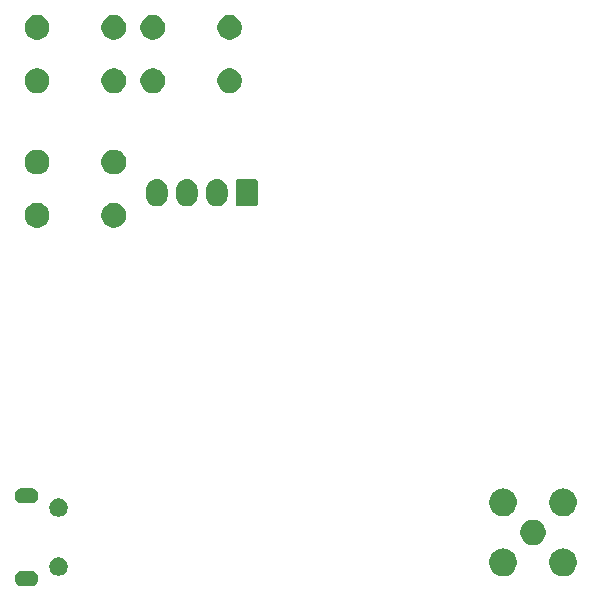
<source format=gbr>
G04 #@! TF.GenerationSoftware,KiCad,Pcbnew,(5.1.5)-3*
G04 #@! TF.CreationDate,2020-05-23T10:42:04+01:00*
G04 #@! TF.ProjectId,Chronos,4368726f-6e6f-4732-9e6b-696361645f70,X302*
G04 #@! TF.SameCoordinates,Original*
G04 #@! TF.FileFunction,Soldermask,Bot*
G04 #@! TF.FilePolarity,Negative*
%FSLAX46Y46*%
G04 Gerber Fmt 4.6, Leading zero omitted, Abs format (unit mm)*
G04 Created by KiCad (PCBNEW (5.1.5)-3) date 2020-05-23 10:42:04*
%MOMM*%
%LPD*%
G04 APERTURE LIST*
%ADD10C,0.100000*%
G04 APERTURE END LIST*
D10*
G36*
X182526355Y-158002140D02*
G01*
X182590118Y-158008420D01*
X182680904Y-158035960D01*
X182712836Y-158045646D01*
X182825925Y-158106094D01*
X182925054Y-158187446D01*
X183006406Y-158286575D01*
X183066854Y-158399664D01*
X183074843Y-158426000D01*
X183104080Y-158522382D01*
X183116649Y-158650000D01*
X183104080Y-158777618D01*
X183076540Y-158868404D01*
X183066854Y-158900336D01*
X183006406Y-159013425D01*
X182925054Y-159112554D01*
X182825925Y-159193906D01*
X182712836Y-159254354D01*
X182680904Y-159264040D01*
X182590118Y-159291580D01*
X182526355Y-159297860D01*
X182494474Y-159301000D01*
X181730526Y-159301000D01*
X181698645Y-159297860D01*
X181634882Y-159291580D01*
X181544096Y-159264040D01*
X181512164Y-159254354D01*
X181399075Y-159193906D01*
X181299946Y-159112554D01*
X181218594Y-159013425D01*
X181158146Y-158900336D01*
X181148460Y-158868404D01*
X181120920Y-158777618D01*
X181108351Y-158650000D01*
X181120920Y-158522382D01*
X181150157Y-158426000D01*
X181158146Y-158399664D01*
X181218594Y-158286575D01*
X181299946Y-158187446D01*
X181399075Y-158106094D01*
X181512164Y-158045646D01*
X181544096Y-158035960D01*
X181634882Y-158008420D01*
X181698645Y-158002140D01*
X181730526Y-157999000D01*
X182494474Y-157999000D01*
X182526355Y-158002140D01*
G37*
G36*
X227731560Y-156129064D02*
G01*
X227883027Y-156159193D01*
X228097045Y-156247842D01*
X228097046Y-156247843D01*
X228289654Y-156376539D01*
X228453461Y-156540346D01*
X228539258Y-156668751D01*
X228582158Y-156732955D01*
X228670807Y-156946973D01*
X228716000Y-157174174D01*
X228716000Y-157405826D01*
X228670807Y-157633027D01*
X228582158Y-157847045D01*
X228582157Y-157847046D01*
X228453461Y-158039654D01*
X228289654Y-158203461D01*
X228215874Y-158252759D01*
X228097045Y-158332158D01*
X227883027Y-158420807D01*
X227731560Y-158450936D01*
X227655827Y-158466000D01*
X227424173Y-158466000D01*
X227348440Y-158450936D01*
X227196973Y-158420807D01*
X226982955Y-158332158D01*
X226864126Y-158252759D01*
X226790346Y-158203461D01*
X226626539Y-158039654D01*
X226497843Y-157847046D01*
X226497842Y-157847045D01*
X226409193Y-157633027D01*
X226364000Y-157405826D01*
X226364000Y-157174174D01*
X226409193Y-156946973D01*
X226497842Y-156732955D01*
X226540742Y-156668751D01*
X226626539Y-156540346D01*
X226790346Y-156376539D01*
X226982954Y-156247843D01*
X226982955Y-156247842D01*
X227196973Y-156159193D01*
X227348440Y-156129064D01*
X227424173Y-156114000D01*
X227655827Y-156114000D01*
X227731560Y-156129064D01*
G37*
G36*
X222651560Y-156129064D02*
G01*
X222803027Y-156159193D01*
X223017045Y-156247842D01*
X223017046Y-156247843D01*
X223209654Y-156376539D01*
X223373461Y-156540346D01*
X223459258Y-156668751D01*
X223502158Y-156732955D01*
X223590807Y-156946973D01*
X223636000Y-157174174D01*
X223636000Y-157405826D01*
X223590807Y-157633027D01*
X223502158Y-157847045D01*
X223502157Y-157847046D01*
X223373461Y-158039654D01*
X223209654Y-158203461D01*
X223135874Y-158252759D01*
X223017045Y-158332158D01*
X222803027Y-158420807D01*
X222651560Y-158450936D01*
X222575827Y-158466000D01*
X222344173Y-158466000D01*
X222268440Y-158450936D01*
X222116973Y-158420807D01*
X221902955Y-158332158D01*
X221784126Y-158252759D01*
X221710346Y-158203461D01*
X221546539Y-158039654D01*
X221417843Y-157847046D01*
X221417842Y-157847045D01*
X221329193Y-157633027D01*
X221284000Y-157405826D01*
X221284000Y-157174174D01*
X221329193Y-156946973D01*
X221417842Y-156732955D01*
X221460742Y-156668751D01*
X221546539Y-156540346D01*
X221710346Y-156376539D01*
X221902954Y-156247843D01*
X221902955Y-156247842D01*
X222116973Y-156159193D01*
X222268440Y-156129064D01*
X222344173Y-156114000D01*
X222575827Y-156114000D01*
X222651560Y-156129064D01*
G37*
G36*
X185038848Y-156903820D02*
G01*
X185038850Y-156903821D01*
X185038851Y-156903821D01*
X185180074Y-156962317D01*
X185180077Y-156962319D01*
X185307169Y-157047239D01*
X185415261Y-157155331D01*
X185427851Y-157174174D01*
X185500183Y-157282426D01*
X185551297Y-157405827D01*
X185558680Y-157423652D01*
X185588500Y-157573569D01*
X185588500Y-157726431D01*
X185564509Y-157847045D01*
X185558679Y-157876351D01*
X185500183Y-158017574D01*
X185500181Y-158017577D01*
X185415261Y-158144669D01*
X185307169Y-158252761D01*
X185188344Y-158332157D01*
X185180074Y-158337683D01*
X185038851Y-158396179D01*
X185038850Y-158396179D01*
X185038848Y-158396180D01*
X184888931Y-158426000D01*
X184736069Y-158426000D01*
X184586152Y-158396180D01*
X184586150Y-158396179D01*
X184586149Y-158396179D01*
X184444926Y-158337683D01*
X184436656Y-158332157D01*
X184317831Y-158252761D01*
X184209739Y-158144669D01*
X184124819Y-158017577D01*
X184124817Y-158017574D01*
X184066321Y-157876351D01*
X184060492Y-157847045D01*
X184036500Y-157726431D01*
X184036500Y-157573569D01*
X184066320Y-157423652D01*
X184073703Y-157405827D01*
X184124817Y-157282426D01*
X184197149Y-157174174D01*
X184209739Y-157155331D01*
X184317831Y-157047239D01*
X184444923Y-156962319D01*
X184444926Y-156962317D01*
X184586149Y-156903821D01*
X184586150Y-156903821D01*
X184586152Y-156903820D01*
X184736069Y-156874000D01*
X184888931Y-156874000D01*
X185038848Y-156903820D01*
G37*
G36*
X225175271Y-153687783D02*
G01*
X225313858Y-153715350D01*
X225509677Y-153796461D01*
X225685910Y-153914216D01*
X225835784Y-154064090D01*
X225953539Y-154240323D01*
X226034650Y-154436142D01*
X226076000Y-154644023D01*
X226076000Y-154855977D01*
X226034650Y-155063858D01*
X225953539Y-155259677D01*
X225835784Y-155435910D01*
X225685910Y-155585784D01*
X225509677Y-155703539D01*
X225313858Y-155784650D01*
X225175271Y-155812217D01*
X225105978Y-155826000D01*
X224894022Y-155826000D01*
X224824729Y-155812217D01*
X224686142Y-155784650D01*
X224490323Y-155703539D01*
X224314090Y-155585784D01*
X224164216Y-155435910D01*
X224046461Y-155259677D01*
X223965350Y-155063858D01*
X223924000Y-154855977D01*
X223924000Y-154644023D01*
X223965350Y-154436142D01*
X224046461Y-154240323D01*
X224164216Y-154064090D01*
X224314090Y-153914216D01*
X224490323Y-153796461D01*
X224686142Y-153715350D01*
X224824729Y-153687783D01*
X224894022Y-153674000D01*
X225105978Y-153674000D01*
X225175271Y-153687783D01*
G37*
G36*
X185038848Y-151903820D02*
G01*
X185038850Y-151903821D01*
X185038851Y-151903821D01*
X185180074Y-151962317D01*
X185180077Y-151962319D01*
X185307169Y-152047239D01*
X185415261Y-152155331D01*
X185500181Y-152282423D01*
X185500183Y-152282426D01*
X185518160Y-152325827D01*
X185558680Y-152423652D01*
X185584414Y-152553027D01*
X185588500Y-152573571D01*
X185588500Y-152726429D01*
X185558679Y-152876351D01*
X185500183Y-153017574D01*
X185500181Y-153017577D01*
X185415261Y-153144669D01*
X185307169Y-153252761D01*
X185180077Y-153337681D01*
X185180074Y-153337683D01*
X185038851Y-153396179D01*
X185038850Y-153396179D01*
X185038848Y-153396180D01*
X184888931Y-153426000D01*
X184736069Y-153426000D01*
X184586152Y-153396180D01*
X184586150Y-153396179D01*
X184586149Y-153396179D01*
X184444926Y-153337683D01*
X184444923Y-153337681D01*
X184317831Y-153252761D01*
X184209739Y-153144669D01*
X184124819Y-153017577D01*
X184124817Y-153017574D01*
X184066321Y-152876351D01*
X184036500Y-152726429D01*
X184036500Y-152573571D01*
X184040586Y-152553027D01*
X184066320Y-152423652D01*
X184106840Y-152325827D01*
X184124817Y-152282426D01*
X184124819Y-152282423D01*
X184209739Y-152155331D01*
X184317831Y-152047239D01*
X184444923Y-151962319D01*
X184444926Y-151962317D01*
X184586149Y-151903821D01*
X184586150Y-151903821D01*
X184586152Y-151903820D01*
X184736069Y-151874000D01*
X184888931Y-151874000D01*
X185038848Y-151903820D01*
G37*
G36*
X227714375Y-151045646D02*
G01*
X227883027Y-151079193D01*
X228097045Y-151167842D01*
X228097046Y-151167843D01*
X228289654Y-151296539D01*
X228453461Y-151460346D01*
X228494912Y-151522382D01*
X228582158Y-151652955D01*
X228670807Y-151866973D01*
X228689772Y-151962317D01*
X228706665Y-152047241D01*
X228716000Y-152094174D01*
X228716000Y-152325826D01*
X228670807Y-152553027D01*
X228582158Y-152767045D01*
X228582157Y-152767046D01*
X228453461Y-152959654D01*
X228289654Y-153123461D01*
X228161249Y-153209258D01*
X228097045Y-153252158D01*
X227883027Y-153340807D01*
X227731560Y-153370936D01*
X227655827Y-153386000D01*
X227424173Y-153386000D01*
X227348440Y-153370936D01*
X227196973Y-153340807D01*
X226982955Y-153252158D01*
X226918751Y-153209258D01*
X226790346Y-153123461D01*
X226626539Y-152959654D01*
X226497843Y-152767046D01*
X226497842Y-152767045D01*
X226409193Y-152553027D01*
X226364000Y-152325826D01*
X226364000Y-152094174D01*
X226373336Y-152047241D01*
X226390228Y-151962317D01*
X226409193Y-151866973D01*
X226497842Y-151652955D01*
X226585088Y-151522382D01*
X226626539Y-151460346D01*
X226790346Y-151296539D01*
X226982954Y-151167843D01*
X226982955Y-151167842D01*
X227196973Y-151079193D01*
X227365625Y-151045646D01*
X227424173Y-151034000D01*
X227655827Y-151034000D01*
X227714375Y-151045646D01*
G37*
G36*
X222634375Y-151045646D02*
G01*
X222803027Y-151079193D01*
X223017045Y-151167842D01*
X223017046Y-151167843D01*
X223209654Y-151296539D01*
X223373461Y-151460346D01*
X223414912Y-151522382D01*
X223502158Y-151652955D01*
X223590807Y-151866973D01*
X223609772Y-151962317D01*
X223626665Y-152047241D01*
X223636000Y-152094174D01*
X223636000Y-152325826D01*
X223590807Y-152553027D01*
X223502158Y-152767045D01*
X223502157Y-152767046D01*
X223373461Y-152959654D01*
X223209654Y-153123461D01*
X223081249Y-153209258D01*
X223017045Y-153252158D01*
X222803027Y-153340807D01*
X222651560Y-153370936D01*
X222575827Y-153386000D01*
X222344173Y-153386000D01*
X222268440Y-153370936D01*
X222116973Y-153340807D01*
X221902955Y-153252158D01*
X221838751Y-153209258D01*
X221710346Y-153123461D01*
X221546539Y-152959654D01*
X221417843Y-152767046D01*
X221417842Y-152767045D01*
X221329193Y-152553027D01*
X221284000Y-152325826D01*
X221284000Y-152094174D01*
X221293336Y-152047241D01*
X221310228Y-151962317D01*
X221329193Y-151866973D01*
X221417842Y-151652955D01*
X221505088Y-151522382D01*
X221546539Y-151460346D01*
X221710346Y-151296539D01*
X221902954Y-151167843D01*
X221902955Y-151167842D01*
X222116973Y-151079193D01*
X222285625Y-151045646D01*
X222344173Y-151034000D01*
X222575827Y-151034000D01*
X222634375Y-151045646D01*
G37*
G36*
X182526355Y-151002140D02*
G01*
X182590118Y-151008420D01*
X182674444Y-151034000D01*
X182712836Y-151045646D01*
X182825925Y-151106094D01*
X182925054Y-151187446D01*
X183006406Y-151286575D01*
X183066854Y-151399664D01*
X183066855Y-151399668D01*
X183104080Y-151522382D01*
X183116649Y-151650000D01*
X183104080Y-151777618D01*
X183076974Y-151866973D01*
X183066854Y-151900336D01*
X183006406Y-152013425D01*
X182925054Y-152112554D01*
X182825925Y-152193906D01*
X182712836Y-152254354D01*
X182680904Y-152264040D01*
X182590118Y-152291580D01*
X182526355Y-152297860D01*
X182494474Y-152301000D01*
X181730526Y-152301000D01*
X181698645Y-152297860D01*
X181634882Y-152291580D01*
X181544096Y-152264040D01*
X181512164Y-152254354D01*
X181399075Y-152193906D01*
X181299946Y-152112554D01*
X181218594Y-152013425D01*
X181158146Y-151900336D01*
X181148026Y-151866973D01*
X181120920Y-151777618D01*
X181108351Y-151650000D01*
X181120920Y-151522382D01*
X181158145Y-151399668D01*
X181158146Y-151399664D01*
X181218594Y-151286575D01*
X181299946Y-151187446D01*
X181399075Y-151106094D01*
X181512164Y-151045646D01*
X181550556Y-151034000D01*
X181634882Y-151008420D01*
X181698645Y-151002140D01*
X181730526Y-150999000D01*
X182494474Y-150999000D01*
X182526355Y-151002140D01*
G37*
G36*
X189806564Y-126889389D02*
G01*
X189997833Y-126968615D01*
X189997835Y-126968616D01*
X190059113Y-127009561D01*
X190169973Y-127083635D01*
X190316365Y-127230027D01*
X190431385Y-127402167D01*
X190510611Y-127593436D01*
X190551000Y-127796484D01*
X190551000Y-128003516D01*
X190510611Y-128206564D01*
X190431385Y-128397833D01*
X190431384Y-128397835D01*
X190316365Y-128569973D01*
X190169973Y-128716365D01*
X189997835Y-128831384D01*
X189997834Y-128831385D01*
X189997833Y-128831385D01*
X189806564Y-128910611D01*
X189603516Y-128951000D01*
X189396484Y-128951000D01*
X189193436Y-128910611D01*
X189002167Y-128831385D01*
X189002166Y-128831385D01*
X189002165Y-128831384D01*
X188830027Y-128716365D01*
X188683635Y-128569973D01*
X188568616Y-128397835D01*
X188568615Y-128397833D01*
X188489389Y-128206564D01*
X188449000Y-128003516D01*
X188449000Y-127796484D01*
X188489389Y-127593436D01*
X188568615Y-127402167D01*
X188683635Y-127230027D01*
X188830027Y-127083635D01*
X188940887Y-127009561D01*
X189002165Y-126968616D01*
X189002167Y-126968615D01*
X189193436Y-126889389D01*
X189396484Y-126849000D01*
X189603516Y-126849000D01*
X189806564Y-126889389D01*
G37*
G36*
X183306564Y-126889389D02*
G01*
X183497833Y-126968615D01*
X183497835Y-126968616D01*
X183559113Y-127009561D01*
X183669973Y-127083635D01*
X183816365Y-127230027D01*
X183931385Y-127402167D01*
X184010611Y-127593436D01*
X184051000Y-127796484D01*
X184051000Y-128003516D01*
X184010611Y-128206564D01*
X183931385Y-128397833D01*
X183931384Y-128397835D01*
X183816365Y-128569973D01*
X183669973Y-128716365D01*
X183497835Y-128831384D01*
X183497834Y-128831385D01*
X183497833Y-128831385D01*
X183306564Y-128910611D01*
X183103516Y-128951000D01*
X182896484Y-128951000D01*
X182693436Y-128910611D01*
X182502167Y-128831385D01*
X182502166Y-128831385D01*
X182502165Y-128831384D01*
X182330027Y-128716365D01*
X182183635Y-128569973D01*
X182068616Y-128397835D01*
X182068615Y-128397833D01*
X181989389Y-128206564D01*
X181949000Y-128003516D01*
X181949000Y-127796484D01*
X181989389Y-127593436D01*
X182068615Y-127402167D01*
X182183635Y-127230027D01*
X182330027Y-127083635D01*
X182440887Y-127009561D01*
X182502165Y-126968616D01*
X182502167Y-126968615D01*
X182693436Y-126889389D01*
X182896484Y-126849000D01*
X183103516Y-126849000D01*
X183306564Y-126889389D01*
G37*
G36*
X198390548Y-124862326D02*
G01*
X198564157Y-124914990D01*
X198724156Y-125000511D01*
X198738612Y-125012375D01*
X198864397Y-125115603D01*
X198943729Y-125212271D01*
X198979489Y-125255844D01*
X199065010Y-125415843D01*
X199117674Y-125589452D01*
X199131000Y-125724757D01*
X199131000Y-126275244D01*
X199117674Y-126410548D01*
X199065010Y-126584157D01*
X198979489Y-126744156D01*
X198943729Y-126787729D01*
X198864397Y-126884397D01*
X198724155Y-126999489D01*
X198566729Y-127083635D01*
X198564156Y-127085010D01*
X198390547Y-127137674D01*
X198210000Y-127155456D01*
X198029452Y-127137674D01*
X197855843Y-127085010D01*
X197853271Y-127083635D01*
X197832685Y-127072632D01*
X197695844Y-126999489D01*
X197652271Y-126963729D01*
X197555603Y-126884397D01*
X197440511Y-126744155D01*
X197354991Y-126584158D01*
X197354990Y-126584156D01*
X197302326Y-126410547D01*
X197289000Y-126275243D01*
X197289000Y-125724756D01*
X197302326Y-125589452D01*
X197354990Y-125415843D01*
X197440512Y-125255844D01*
X197450832Y-125243269D01*
X197555604Y-125115603D01*
X197681389Y-125012375D01*
X197695845Y-125000511D01*
X197855844Y-124914990D01*
X198029453Y-124862326D01*
X198210000Y-124844544D01*
X198390548Y-124862326D01*
G37*
G36*
X193310548Y-124862326D02*
G01*
X193484157Y-124914990D01*
X193644156Y-125000511D01*
X193658612Y-125012375D01*
X193784397Y-125115603D01*
X193863729Y-125212271D01*
X193899489Y-125255844D01*
X193985010Y-125415843D01*
X194037674Y-125589452D01*
X194051000Y-125724757D01*
X194051000Y-126275244D01*
X194037674Y-126410548D01*
X193985010Y-126584157D01*
X193899489Y-126744156D01*
X193863729Y-126787729D01*
X193784397Y-126884397D01*
X193644155Y-126999489D01*
X193486729Y-127083635D01*
X193484156Y-127085010D01*
X193310547Y-127137674D01*
X193130000Y-127155456D01*
X192949452Y-127137674D01*
X192775843Y-127085010D01*
X192773271Y-127083635D01*
X192752685Y-127072632D01*
X192615844Y-126999489D01*
X192572271Y-126963729D01*
X192475603Y-126884397D01*
X192360511Y-126744155D01*
X192274991Y-126584158D01*
X192274990Y-126584156D01*
X192222326Y-126410547D01*
X192209000Y-126275243D01*
X192209000Y-125724756D01*
X192222326Y-125589452D01*
X192274990Y-125415843D01*
X192360512Y-125255844D01*
X192370832Y-125243269D01*
X192475604Y-125115603D01*
X192601389Y-125012375D01*
X192615845Y-125000511D01*
X192775844Y-124914990D01*
X192949453Y-124862326D01*
X193130000Y-124844544D01*
X193310548Y-124862326D01*
G37*
G36*
X195850548Y-124862326D02*
G01*
X196024157Y-124914990D01*
X196184156Y-125000511D01*
X196198612Y-125012375D01*
X196324397Y-125115603D01*
X196403729Y-125212271D01*
X196439489Y-125255844D01*
X196525010Y-125415843D01*
X196577674Y-125589452D01*
X196591000Y-125724757D01*
X196591000Y-126275244D01*
X196577674Y-126410548D01*
X196525010Y-126584157D01*
X196439489Y-126744156D01*
X196403729Y-126787729D01*
X196324397Y-126884397D01*
X196184155Y-126999489D01*
X196026729Y-127083635D01*
X196024156Y-127085010D01*
X195850547Y-127137674D01*
X195670000Y-127155456D01*
X195489452Y-127137674D01*
X195315843Y-127085010D01*
X195313271Y-127083635D01*
X195292685Y-127072632D01*
X195155844Y-126999489D01*
X195112271Y-126963729D01*
X195015603Y-126884397D01*
X194900511Y-126744155D01*
X194814991Y-126584158D01*
X194814990Y-126584156D01*
X194762326Y-126410547D01*
X194749000Y-126275243D01*
X194749000Y-125724756D01*
X194762326Y-125589452D01*
X194814990Y-125415843D01*
X194900512Y-125255844D01*
X194910832Y-125243269D01*
X195015604Y-125115603D01*
X195141389Y-125012375D01*
X195155845Y-125000511D01*
X195315844Y-124914990D01*
X195489453Y-124862326D01*
X195670000Y-124844544D01*
X195850548Y-124862326D01*
G37*
G36*
X201529561Y-124852966D02*
G01*
X201562383Y-124862923D01*
X201592632Y-124879092D01*
X201619148Y-124900852D01*
X201640908Y-124927368D01*
X201657077Y-124957617D01*
X201667034Y-124990439D01*
X201671000Y-125030713D01*
X201671000Y-126969287D01*
X201667034Y-127009561D01*
X201657077Y-127042383D01*
X201640908Y-127072632D01*
X201619148Y-127099148D01*
X201592632Y-127120908D01*
X201562383Y-127137077D01*
X201529561Y-127147034D01*
X201489287Y-127151000D01*
X200010713Y-127151000D01*
X199970439Y-127147034D01*
X199937617Y-127137077D01*
X199907368Y-127120908D01*
X199880852Y-127099148D01*
X199859092Y-127072632D01*
X199842923Y-127042383D01*
X199832966Y-127009561D01*
X199829000Y-126969287D01*
X199829000Y-125030713D01*
X199832966Y-124990439D01*
X199842923Y-124957617D01*
X199859092Y-124927368D01*
X199880852Y-124900852D01*
X199907368Y-124879092D01*
X199937617Y-124862923D01*
X199970439Y-124852966D01*
X200010713Y-124849000D01*
X201489287Y-124849000D01*
X201529561Y-124852966D01*
G37*
G36*
X189806564Y-122389389D02*
G01*
X189997833Y-122468615D01*
X189997835Y-122468616D01*
X190169973Y-122583635D01*
X190316365Y-122730027D01*
X190431385Y-122902167D01*
X190510611Y-123093436D01*
X190551000Y-123296484D01*
X190551000Y-123503516D01*
X190510611Y-123706564D01*
X190431385Y-123897833D01*
X190431384Y-123897835D01*
X190316365Y-124069973D01*
X190169973Y-124216365D01*
X189997835Y-124331384D01*
X189997834Y-124331385D01*
X189997833Y-124331385D01*
X189806564Y-124410611D01*
X189603516Y-124451000D01*
X189396484Y-124451000D01*
X189193436Y-124410611D01*
X189002167Y-124331385D01*
X189002166Y-124331385D01*
X189002165Y-124331384D01*
X188830027Y-124216365D01*
X188683635Y-124069973D01*
X188568616Y-123897835D01*
X188568615Y-123897833D01*
X188489389Y-123706564D01*
X188449000Y-123503516D01*
X188449000Y-123296484D01*
X188489389Y-123093436D01*
X188568615Y-122902167D01*
X188683635Y-122730027D01*
X188830027Y-122583635D01*
X189002165Y-122468616D01*
X189002167Y-122468615D01*
X189193436Y-122389389D01*
X189396484Y-122349000D01*
X189603516Y-122349000D01*
X189806564Y-122389389D01*
G37*
G36*
X183306564Y-122389389D02*
G01*
X183497833Y-122468615D01*
X183497835Y-122468616D01*
X183669973Y-122583635D01*
X183816365Y-122730027D01*
X183931385Y-122902167D01*
X184010611Y-123093436D01*
X184051000Y-123296484D01*
X184051000Y-123503516D01*
X184010611Y-123706564D01*
X183931385Y-123897833D01*
X183931384Y-123897835D01*
X183816365Y-124069973D01*
X183669973Y-124216365D01*
X183497835Y-124331384D01*
X183497834Y-124331385D01*
X183497833Y-124331385D01*
X183306564Y-124410611D01*
X183103516Y-124451000D01*
X182896484Y-124451000D01*
X182693436Y-124410611D01*
X182502167Y-124331385D01*
X182502166Y-124331385D01*
X182502165Y-124331384D01*
X182330027Y-124216365D01*
X182183635Y-124069973D01*
X182068616Y-123897835D01*
X182068615Y-123897833D01*
X181989389Y-123706564D01*
X181949000Y-123503516D01*
X181949000Y-123296484D01*
X181989389Y-123093436D01*
X182068615Y-122902167D01*
X182183635Y-122730027D01*
X182330027Y-122583635D01*
X182502165Y-122468616D01*
X182502167Y-122468615D01*
X182693436Y-122389389D01*
X182896484Y-122349000D01*
X183103516Y-122349000D01*
X183306564Y-122389389D01*
G37*
G36*
X183306564Y-115489389D02*
G01*
X183497833Y-115568615D01*
X183497835Y-115568616D01*
X183669973Y-115683635D01*
X183816365Y-115830027D01*
X183931385Y-116002167D01*
X184010611Y-116193436D01*
X184051000Y-116396484D01*
X184051000Y-116603516D01*
X184010611Y-116806564D01*
X183931385Y-116997833D01*
X183931384Y-116997835D01*
X183816365Y-117169973D01*
X183669973Y-117316365D01*
X183497835Y-117431384D01*
X183497834Y-117431385D01*
X183497833Y-117431385D01*
X183306564Y-117510611D01*
X183103516Y-117551000D01*
X182896484Y-117551000D01*
X182693436Y-117510611D01*
X182502167Y-117431385D01*
X182502166Y-117431385D01*
X182502165Y-117431384D01*
X182330027Y-117316365D01*
X182183635Y-117169973D01*
X182068616Y-116997835D01*
X182068615Y-116997833D01*
X181989389Y-116806564D01*
X181949000Y-116603516D01*
X181949000Y-116396484D01*
X181989389Y-116193436D01*
X182068615Y-116002167D01*
X182183635Y-115830027D01*
X182330027Y-115683635D01*
X182502165Y-115568616D01*
X182502167Y-115568615D01*
X182693436Y-115489389D01*
X182896484Y-115449000D01*
X183103516Y-115449000D01*
X183306564Y-115489389D01*
G37*
G36*
X189806564Y-115489389D02*
G01*
X189997833Y-115568615D01*
X189997835Y-115568616D01*
X190169973Y-115683635D01*
X190316365Y-115830027D01*
X190431385Y-116002167D01*
X190510611Y-116193436D01*
X190551000Y-116396484D01*
X190551000Y-116603516D01*
X190510611Y-116806564D01*
X190431385Y-116997833D01*
X190431384Y-116997835D01*
X190316365Y-117169973D01*
X190169973Y-117316365D01*
X189997835Y-117431384D01*
X189997834Y-117431385D01*
X189997833Y-117431385D01*
X189806564Y-117510611D01*
X189603516Y-117551000D01*
X189396484Y-117551000D01*
X189193436Y-117510611D01*
X189002167Y-117431385D01*
X189002166Y-117431385D01*
X189002165Y-117431384D01*
X188830027Y-117316365D01*
X188683635Y-117169973D01*
X188568616Y-116997835D01*
X188568615Y-116997833D01*
X188489389Y-116806564D01*
X188449000Y-116603516D01*
X188449000Y-116396484D01*
X188489389Y-116193436D01*
X188568615Y-116002167D01*
X188683635Y-115830027D01*
X188830027Y-115683635D01*
X189002165Y-115568616D01*
X189002167Y-115568615D01*
X189193436Y-115489389D01*
X189396484Y-115449000D01*
X189603516Y-115449000D01*
X189806564Y-115489389D01*
G37*
G36*
X193106564Y-115489389D02*
G01*
X193297833Y-115568615D01*
X193297835Y-115568616D01*
X193469973Y-115683635D01*
X193616365Y-115830027D01*
X193731385Y-116002167D01*
X193810611Y-116193436D01*
X193851000Y-116396484D01*
X193851000Y-116603516D01*
X193810611Y-116806564D01*
X193731385Y-116997833D01*
X193731384Y-116997835D01*
X193616365Y-117169973D01*
X193469973Y-117316365D01*
X193297835Y-117431384D01*
X193297834Y-117431385D01*
X193297833Y-117431385D01*
X193106564Y-117510611D01*
X192903516Y-117551000D01*
X192696484Y-117551000D01*
X192493436Y-117510611D01*
X192302167Y-117431385D01*
X192302166Y-117431385D01*
X192302165Y-117431384D01*
X192130027Y-117316365D01*
X191983635Y-117169973D01*
X191868616Y-116997835D01*
X191868615Y-116997833D01*
X191789389Y-116806564D01*
X191749000Y-116603516D01*
X191749000Y-116396484D01*
X191789389Y-116193436D01*
X191868615Y-116002167D01*
X191983635Y-115830027D01*
X192130027Y-115683635D01*
X192302165Y-115568616D01*
X192302167Y-115568615D01*
X192493436Y-115489389D01*
X192696484Y-115449000D01*
X192903516Y-115449000D01*
X193106564Y-115489389D01*
G37*
G36*
X199606564Y-115489389D02*
G01*
X199797833Y-115568615D01*
X199797835Y-115568616D01*
X199969973Y-115683635D01*
X200116365Y-115830027D01*
X200231385Y-116002167D01*
X200310611Y-116193436D01*
X200351000Y-116396484D01*
X200351000Y-116603516D01*
X200310611Y-116806564D01*
X200231385Y-116997833D01*
X200231384Y-116997835D01*
X200116365Y-117169973D01*
X199969973Y-117316365D01*
X199797835Y-117431384D01*
X199797834Y-117431385D01*
X199797833Y-117431385D01*
X199606564Y-117510611D01*
X199403516Y-117551000D01*
X199196484Y-117551000D01*
X198993436Y-117510611D01*
X198802167Y-117431385D01*
X198802166Y-117431385D01*
X198802165Y-117431384D01*
X198630027Y-117316365D01*
X198483635Y-117169973D01*
X198368616Y-116997835D01*
X198368615Y-116997833D01*
X198289389Y-116806564D01*
X198249000Y-116603516D01*
X198249000Y-116396484D01*
X198289389Y-116193436D01*
X198368615Y-116002167D01*
X198483635Y-115830027D01*
X198630027Y-115683635D01*
X198802165Y-115568616D01*
X198802167Y-115568615D01*
X198993436Y-115489389D01*
X199196484Y-115449000D01*
X199403516Y-115449000D01*
X199606564Y-115489389D01*
G37*
G36*
X193106564Y-110989389D02*
G01*
X193297833Y-111068615D01*
X193297835Y-111068616D01*
X193469973Y-111183635D01*
X193616365Y-111330027D01*
X193731385Y-111502167D01*
X193810611Y-111693436D01*
X193851000Y-111896484D01*
X193851000Y-112103516D01*
X193810611Y-112306564D01*
X193731385Y-112497833D01*
X193731384Y-112497835D01*
X193616365Y-112669973D01*
X193469973Y-112816365D01*
X193297835Y-112931384D01*
X193297834Y-112931385D01*
X193297833Y-112931385D01*
X193106564Y-113010611D01*
X192903516Y-113051000D01*
X192696484Y-113051000D01*
X192493436Y-113010611D01*
X192302167Y-112931385D01*
X192302166Y-112931385D01*
X192302165Y-112931384D01*
X192130027Y-112816365D01*
X191983635Y-112669973D01*
X191868616Y-112497835D01*
X191868615Y-112497833D01*
X191789389Y-112306564D01*
X191749000Y-112103516D01*
X191749000Y-111896484D01*
X191789389Y-111693436D01*
X191868615Y-111502167D01*
X191983635Y-111330027D01*
X192130027Y-111183635D01*
X192302165Y-111068616D01*
X192302167Y-111068615D01*
X192493436Y-110989389D01*
X192696484Y-110949000D01*
X192903516Y-110949000D01*
X193106564Y-110989389D01*
G37*
G36*
X199606564Y-110989389D02*
G01*
X199797833Y-111068615D01*
X199797835Y-111068616D01*
X199969973Y-111183635D01*
X200116365Y-111330027D01*
X200231385Y-111502167D01*
X200310611Y-111693436D01*
X200351000Y-111896484D01*
X200351000Y-112103516D01*
X200310611Y-112306564D01*
X200231385Y-112497833D01*
X200231384Y-112497835D01*
X200116365Y-112669973D01*
X199969973Y-112816365D01*
X199797835Y-112931384D01*
X199797834Y-112931385D01*
X199797833Y-112931385D01*
X199606564Y-113010611D01*
X199403516Y-113051000D01*
X199196484Y-113051000D01*
X198993436Y-113010611D01*
X198802167Y-112931385D01*
X198802166Y-112931385D01*
X198802165Y-112931384D01*
X198630027Y-112816365D01*
X198483635Y-112669973D01*
X198368616Y-112497835D01*
X198368615Y-112497833D01*
X198289389Y-112306564D01*
X198249000Y-112103516D01*
X198249000Y-111896484D01*
X198289389Y-111693436D01*
X198368615Y-111502167D01*
X198483635Y-111330027D01*
X198630027Y-111183635D01*
X198802165Y-111068616D01*
X198802167Y-111068615D01*
X198993436Y-110989389D01*
X199196484Y-110949000D01*
X199403516Y-110949000D01*
X199606564Y-110989389D01*
G37*
G36*
X189806564Y-110989389D02*
G01*
X189997833Y-111068615D01*
X189997835Y-111068616D01*
X190169973Y-111183635D01*
X190316365Y-111330027D01*
X190431385Y-111502167D01*
X190510611Y-111693436D01*
X190551000Y-111896484D01*
X190551000Y-112103516D01*
X190510611Y-112306564D01*
X190431385Y-112497833D01*
X190431384Y-112497835D01*
X190316365Y-112669973D01*
X190169973Y-112816365D01*
X189997835Y-112931384D01*
X189997834Y-112931385D01*
X189997833Y-112931385D01*
X189806564Y-113010611D01*
X189603516Y-113051000D01*
X189396484Y-113051000D01*
X189193436Y-113010611D01*
X189002167Y-112931385D01*
X189002166Y-112931385D01*
X189002165Y-112931384D01*
X188830027Y-112816365D01*
X188683635Y-112669973D01*
X188568616Y-112497835D01*
X188568615Y-112497833D01*
X188489389Y-112306564D01*
X188449000Y-112103516D01*
X188449000Y-111896484D01*
X188489389Y-111693436D01*
X188568615Y-111502167D01*
X188683635Y-111330027D01*
X188830027Y-111183635D01*
X189002165Y-111068616D01*
X189002167Y-111068615D01*
X189193436Y-110989389D01*
X189396484Y-110949000D01*
X189603516Y-110949000D01*
X189806564Y-110989389D01*
G37*
G36*
X183306564Y-110989389D02*
G01*
X183497833Y-111068615D01*
X183497835Y-111068616D01*
X183669973Y-111183635D01*
X183816365Y-111330027D01*
X183931385Y-111502167D01*
X184010611Y-111693436D01*
X184051000Y-111896484D01*
X184051000Y-112103516D01*
X184010611Y-112306564D01*
X183931385Y-112497833D01*
X183931384Y-112497835D01*
X183816365Y-112669973D01*
X183669973Y-112816365D01*
X183497835Y-112931384D01*
X183497834Y-112931385D01*
X183497833Y-112931385D01*
X183306564Y-113010611D01*
X183103516Y-113051000D01*
X182896484Y-113051000D01*
X182693436Y-113010611D01*
X182502167Y-112931385D01*
X182502166Y-112931385D01*
X182502165Y-112931384D01*
X182330027Y-112816365D01*
X182183635Y-112669973D01*
X182068616Y-112497835D01*
X182068615Y-112497833D01*
X181989389Y-112306564D01*
X181949000Y-112103516D01*
X181949000Y-111896484D01*
X181989389Y-111693436D01*
X182068615Y-111502167D01*
X182183635Y-111330027D01*
X182330027Y-111183635D01*
X182502165Y-111068616D01*
X182502167Y-111068615D01*
X182693436Y-110989389D01*
X182896484Y-110949000D01*
X183103516Y-110949000D01*
X183306564Y-110989389D01*
G37*
M02*

</source>
